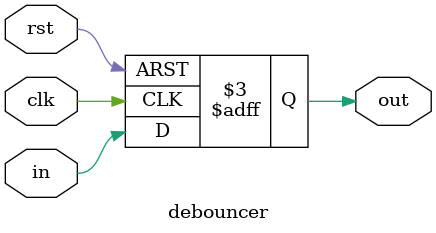
<source format=sv>
module debouncer(
    input logic in,
    input clk,
    input rst,
    output logic out
    );
	 
	 always_ff@(posedge clk or negedge rst) begin: debouncer
	  if(!rst)
		out  <= '0;
	  else
		out <= in;
	 
	 end: debouncer
	   
endmodule
</source>
